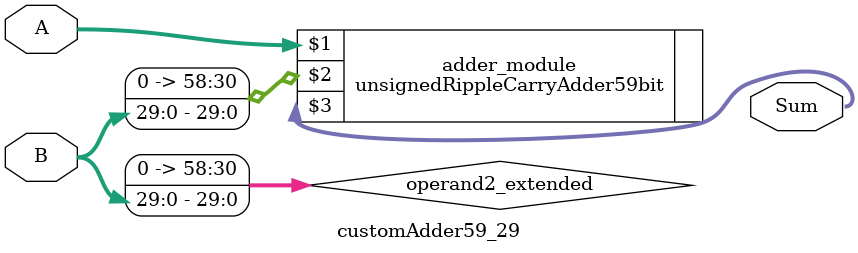
<source format=v>
module customAdder59_29(
                        input [58 : 0] A,
                        input [29 : 0] B,
                        
                        output [59 : 0] Sum
                );

        wire [58 : 0] operand2_extended;
        
        assign operand2_extended =  {29'b0, B};
        
        unsignedRippleCarryAdder59bit adder_module(
            A,
            operand2_extended,
            Sum
        );
        
        endmodule
        
</source>
